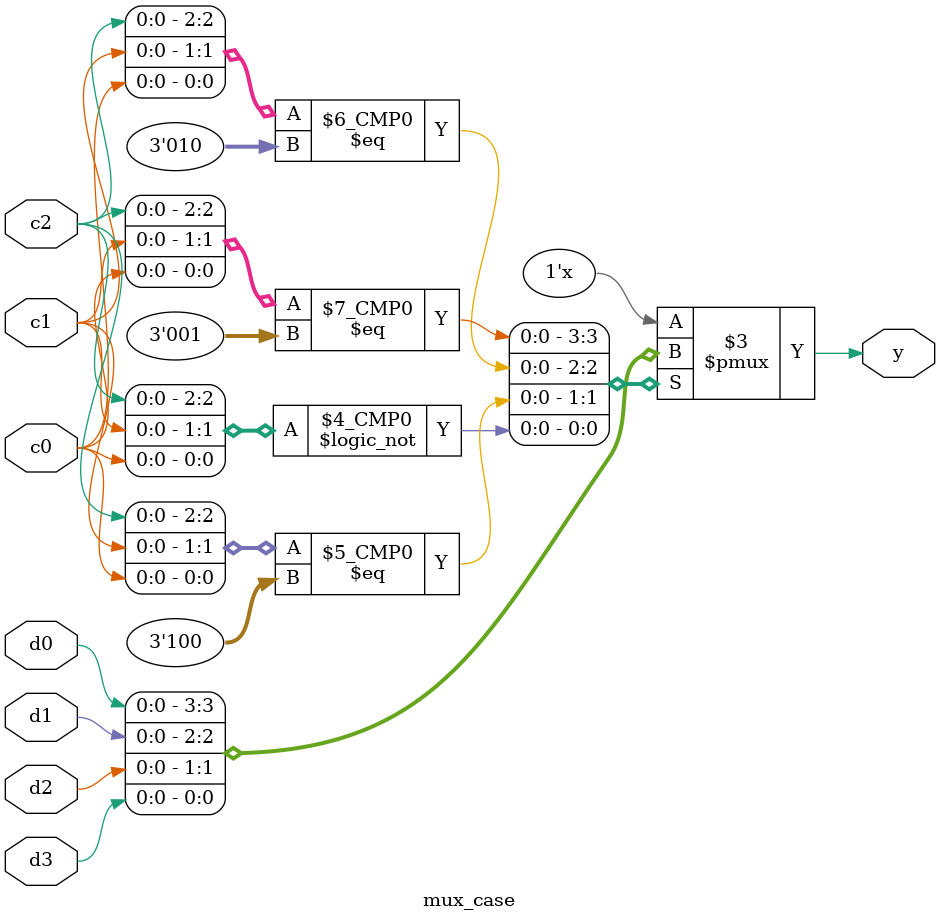
<source format=v>
  module mux_case
(
	input		d3,d2,d1,d0, 	// data	
	input		c2,c1,c0,	// control
	output	reg y
);
 
	always @*
	casex ({c2, c1, c0})
		3'b001: y = d0;
		3'b010: y = d1;
		3'b100: y = d2;
		3'b000: y = d3;
	endcase
 
endmodule


</source>
